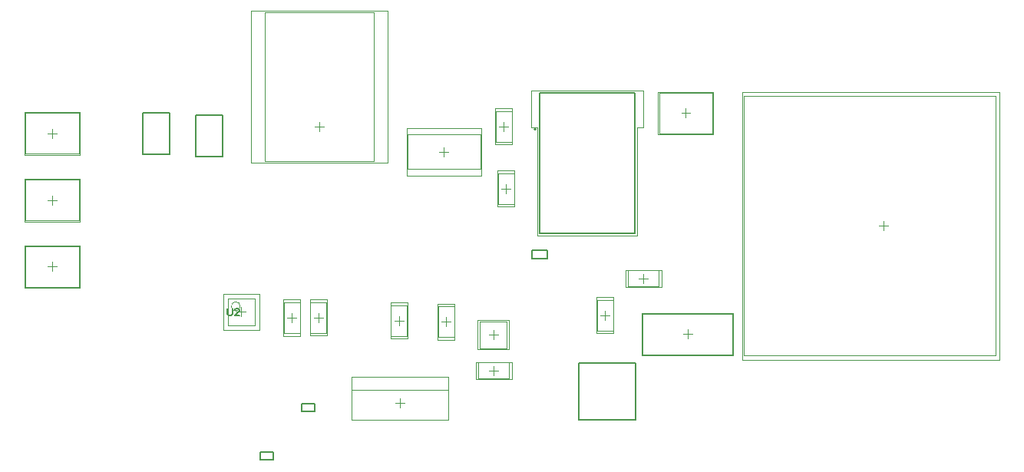
<source format=gbo>
G04*
G04 #@! TF.GenerationSoftware,Altium Limited,Altium Designer,21.0.9 (235)*
G04*
G04 Layer_Color=32896*
%FSLAX25Y25*%
%MOIN*%
G70*
G04*
G04 #@! TF.SameCoordinates,45B737F9-4C2A-4F44-B11E-15A99866B8DE*
G04*
G04*
G04 #@! TF.FilePolarity,Positive*
G04*
G01*
G75*
%ADD11C,0.00787*%
%ADD13C,0.00500*%
%ADD15C,0.00630*%
%ADD16C,0.00394*%
%ADD17C,0.00197*%
D11*
X487618Y332618D02*
Y357382D01*
X512382D01*
Y332618D02*
Y357382D01*
X487618Y332618D02*
X512382D01*
X349291Y318772D02*
X354803D01*
Y315228D02*
Y318772D01*
X349291Y315228D02*
X354803D01*
X349291D02*
Y318772D01*
X367244Y339772D02*
X372756D01*
Y336228D02*
Y339772D01*
X367244Y336228D02*
X372756D01*
X367244D02*
Y339772D01*
X467154Y402728D02*
Y406272D01*
Y402728D02*
X473846D01*
Y406272D01*
X467154D02*
X473846D01*
X321252Y446945D02*
X332748D01*
Y465055D01*
X321252D02*
X332748D01*
X321252Y446945D02*
Y465055D01*
X298252Y447945D02*
X309748D01*
Y466055D01*
X298252D02*
X309748D01*
X298252Y447945D02*
Y466055D01*
X468992Y458756D02*
G03*
X468992Y458756I-394J0D01*
G01*
D13*
X470567Y474504D02*
X511905D01*
Y413480D02*
Y474504D01*
X470567Y413480D02*
X511905D01*
X470567D02*
Y474504D01*
D15*
X335000Y381074D02*
Y378450D01*
X335525Y377925D01*
X336574D01*
X337099Y378450D01*
Y381074D01*
X340248Y377925D02*
X338149D01*
X340248Y380024D01*
Y380549D01*
X339723Y381074D01*
X338673D01*
X338149Y380549D01*
D16*
X340606Y381862D02*
G03*
X340606Y381862I-1969J0D01*
G01*
X247386Y465858D02*
X270614D01*
X247386Y448142D02*
Y465858D01*
X270614Y448142D02*
Y465858D01*
X247386Y448142D02*
X270614D01*
X247386Y436858D02*
X270614D01*
X247386Y419142D02*
Y436858D01*
X270614Y419142D02*
Y436858D01*
X247386Y419142D02*
X270614D01*
X559130Y360596D02*
Y473195D01*
X668577Y360596D02*
Y473195D01*
X559130Y360596D02*
X668577D01*
X559130Y473195D02*
X668577D01*
X515323Y360976D02*
X554299D01*
X515323D02*
Y378693D01*
X554299Y360976D02*
Y378693D01*
X515323D02*
X554299D01*
X351299Y444783D02*
X398701D01*
Y509744D01*
X351299D02*
X398701D01*
X351299Y444783D02*
Y509744D01*
X444594Y363594D02*
Y375405D01*
X456405D01*
Y363594D02*
Y375405D01*
X444594Y363594D02*
X456405D01*
X444594Y375406D02*
X456406D01*
Y363594D02*
Y375406D01*
X444594Y363594D02*
X456406D01*
X444594D02*
Y375406D01*
X495457Y371307D02*
Y384693D01*
X502543Y371307D02*
Y384693D01*
X495457Y371307D02*
X502543D01*
X495457Y384693D02*
X502543D01*
X413252Y441520D02*
X444748D01*
X413252D02*
Y456480D01*
X444748D01*
Y441520D02*
Y456480D01*
X443992Y357543D02*
X457378D01*
X443992Y350457D02*
X457378D01*
X443992D02*
Y357543D01*
X457378Y350457D02*
Y357543D01*
X426457Y368492D02*
Y381878D01*
X433543Y368492D02*
Y381878D01*
X426457Y368492D02*
X433543D01*
X426457Y381878D02*
X433543D01*
X405957Y368992D02*
Y382378D01*
X413043Y368992D02*
Y382378D01*
X405957Y368992D02*
X413043D01*
X405957Y382378D02*
X413043D01*
X366543Y370260D02*
Y383646D01*
X359457Y370260D02*
Y383646D01*
X366543D01*
X359457Y370260D02*
X366543D01*
X378043Y370354D02*
Y383740D01*
X370957Y370354D02*
Y383740D01*
X378043D01*
X370957Y370354D02*
X378043D01*
X458543Y453354D02*
Y466740D01*
X451457Y453354D02*
Y466740D01*
X458543D01*
X451457Y453354D02*
X458543D01*
X508992Y390457D02*
X522378D01*
X508992Y397543D02*
X522378D01*
Y390457D02*
Y397543D01*
X508992Y390457D02*
Y397543D01*
X452457Y426307D02*
Y439693D01*
X459543Y426307D02*
Y439693D01*
X452457Y426307D02*
X459543D01*
X452457Y439693D02*
X459543D01*
X335094Y373594D02*
X346906D01*
X335094Y385406D02*
X346906D01*
Y373594D02*
Y385406D01*
X335094Y373594D02*
Y385406D01*
X388937Y345709D02*
X431063D01*
X388937Y332717D02*
X431063D01*
Y351220D01*
X388937Y332717D02*
Y351220D01*
X431063D01*
X247323Y390307D02*
X270551D01*
Y408024D01*
X247323Y390307D02*
Y408024D01*
X270551D01*
X522449Y474693D02*
X545677D01*
X522449Y456976D02*
Y474693D01*
X545677Y456976D02*
Y474693D01*
X522449Y456976D02*
X545677D01*
X259000Y455031D02*
Y458968D01*
X257031Y457000D02*
X260968D01*
X259000Y426031D02*
Y429968D01*
X257031Y428000D02*
X260968D01*
X617939Y416896D02*
X621876D01*
X619907Y414927D02*
Y418864D01*
X534811Y367866D02*
Y371803D01*
X532843Y369835D02*
X536780D01*
X375000Y458032D02*
Y461969D01*
X373031Y460000D02*
X376969D01*
X450500Y367532D02*
Y371469D01*
X448532Y369500D02*
X452469D01*
X497032Y378000D02*
X500969D01*
X499000Y376032D02*
Y379969D01*
X495260Y370126D02*
Y385874D01*
X502740Y370126D02*
Y385874D01*
X495260Y370126D02*
X502740D01*
X495260Y385874D02*
X502740D01*
X427032Y449000D02*
X430969D01*
X429000Y447032D02*
Y450969D01*
X450685Y352031D02*
Y355969D01*
X448717Y354000D02*
X452654D01*
X442811Y357740D02*
X458559D01*
X442811Y350260D02*
X458559D01*
X442811D02*
Y357740D01*
X458559Y350260D02*
Y357740D01*
X428032Y375185D02*
X431969D01*
X430000Y373217D02*
Y377154D01*
X426260Y367311D02*
Y383059D01*
X433740Y367311D02*
Y383059D01*
X426260Y367311D02*
X433740D01*
X426260Y383059D02*
X433740D01*
X407532Y375685D02*
X411469D01*
X409500Y373717D02*
Y377654D01*
X405760Y367811D02*
Y383559D01*
X413240Y367811D02*
Y383559D01*
X405760Y367811D02*
X413240D01*
X405760Y383559D02*
X413240D01*
X361032Y376953D02*
X364969D01*
X363000Y374984D02*
Y378921D01*
X366740Y369079D02*
Y384827D01*
X359260Y369079D02*
Y384827D01*
X366740D01*
X359260Y369079D02*
X366740D01*
X372532Y377047D02*
X376469D01*
X374500Y375079D02*
Y379016D01*
X378240Y369173D02*
Y384921D01*
X370760Y369173D02*
Y384921D01*
X378240D01*
X370760Y369173D02*
X378240D01*
X453032Y460047D02*
X456969D01*
X455000Y458079D02*
Y462016D01*
X458740Y452173D02*
Y467921D01*
X451260Y452173D02*
Y467921D01*
X458740D01*
X451260Y452173D02*
X458740D01*
X515685Y392032D02*
Y395969D01*
X513717Y394000D02*
X517654D01*
X507811Y390260D02*
X523559D01*
X507811Y397740D02*
X523559D01*
Y390260D02*
Y397740D01*
X507811Y390260D02*
Y397740D01*
X454032Y433000D02*
X457969D01*
X456000Y431032D02*
Y434969D01*
X452260Y425126D02*
Y440874D01*
X459740Y425126D02*
Y440874D01*
X452260Y425126D02*
X459740D01*
X452260Y440874D02*
X459740D01*
X341000Y377532D02*
Y381469D01*
X339032Y379500D02*
X342969D01*
X408031Y340000D02*
X411969D01*
X410000Y338031D02*
Y341968D01*
X256968Y399165D02*
X260905D01*
X258937Y397197D02*
Y401134D01*
X532094Y465835D02*
X536031D01*
X534063Y463866D02*
Y467803D01*
D17*
X246992Y466252D02*
X271008D01*
X246992Y447748D02*
Y466252D01*
X271008Y447748D02*
Y466252D01*
X246992Y447748D02*
X271008D01*
X246992Y437252D02*
X271008D01*
X246992Y418748D02*
Y437252D01*
X271008Y418748D02*
Y437252D01*
X246992Y418748D02*
X271008D01*
X558734Y358777D02*
Y474915D01*
Y358777D02*
X670153D01*
Y474915D01*
X558734D02*
X670153D01*
X514929Y360583D02*
X554693D01*
X514929D02*
Y379087D01*
X554693Y360583D02*
Y379087D01*
X514929D02*
X554693D01*
X345394Y444390D02*
Y510138D01*
X404606D01*
Y444390D02*
Y510138D01*
X345394Y444390D02*
X404606D01*
X443610Y375799D02*
X457390D01*
Y363201D02*
Y375799D01*
X443610Y363201D02*
X457390D01*
X443610D02*
Y375799D01*
X412858Y438567D02*
X445142D01*
X412858D02*
Y459433D01*
X445142D01*
Y438567D02*
Y459433D01*
X466827Y459543D02*
X469583D01*
X466827D02*
Y475488D01*
X515646D01*
Y459543D02*
Y475488D01*
X512890Y459543D02*
X515646D01*
X512890Y412496D02*
Y459543D01*
X469583Y412496D02*
X512890D01*
X469583D02*
Y459543D01*
X333126Y371626D02*
X348874D01*
X333126Y387374D02*
X348874D01*
Y371626D02*
Y387374D01*
X333126Y371626D02*
Y387374D01*
X246929Y389913D02*
X270945D01*
Y408417D01*
X246929Y389913D02*
Y408417D01*
X270945D01*
X522055Y475087D02*
X546071D01*
X522055Y456583D02*
Y475087D01*
X546071Y456583D02*
Y475087D01*
X522055Y456583D02*
X546071D01*
M02*

</source>
